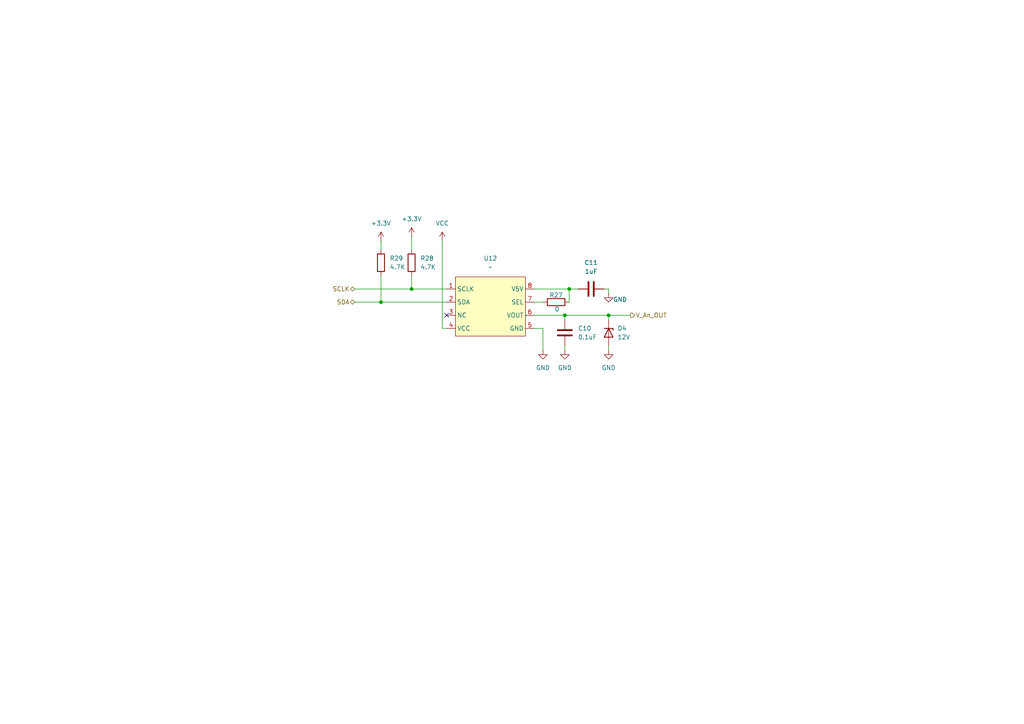
<source format=kicad_sch>
(kicad_sch (version 20250114) (generator "eeschema") (generator_version "9.0")
  (paper "A4")
  (lib_symbols
    (symbol "Device:C" (pin_numbers (hide yes)) (pin_names (offset 0.254))
      (property "Reference" "C" (at 0.635 2.54 0))
      (property "Value" "C" (at 0.635 -2.54 0))
      (symbol "C_0_1"
        (polyline (pts (xy -2.032 0.762) (xy 2.032 0.762)) (stroke (width 0.508)))
        (polyline (pts (xy -2.032 -0.762) (xy 2.032 -0.762)) (stroke (width 0.508)))
      )
      (symbol "C_1_1"
        (pin passive line (at 0 3.81 270) (length 2.794) (name "~") (number "1"))
        (pin passive line (at 0 -3.81 90) (length 2.794) (name "~") (number "2"))
      )
    )
    (symbol "Device:D_Zener" (pin_numbers (hide yes)) (pin_names (offset 1.016) (hide yes))
      (property "Reference" "D" (at 0 2.54 0))
      (property "Value" "D_Zener" (at 0 -2.54 0))
      (symbol "D_Zener_0_1"
        (polyline (pts (xy -1.27 -1.27) (xy -1.27 1.27) (xy -0.762 1.27)) (stroke (width 0.254)))
        (polyline (pts (xy 1.27 0) (xy -1.27 0)))
        (polyline (pts (xy 1.27 -1.27) (xy 1.27 1.27) (xy -1.27 0) (xy 1.27 -1.27)) (stroke (width 0.254)))
      )
      (symbol "D_Zener_1_1"
        (pin passive line (at -3.81 0 0) (length 2.54) (name "K") (number "1"))
        (pin passive line (at 3.81 0 180) (length 2.54) (name "A") (number "2"))
      )
    )
    (symbol "Device:R" (pin_numbers (hide yes)) (pin_names (offset 0))
      (property "Reference" "R" (at 2.032 0 90))
      (property "Value" "R" (at 0 0 90))
      (symbol "R_0_1"
        (rectangle (start -1.016 -2.54) (end 1.016 2.54) (stroke (width 0.254)))
      )
      (symbol "R_1_1"
        (pin passive line (at 0 3.81 270) (length 1.27) (name "~") (number "1"))
        (pin passive line (at 0 -3.81 90) (length 1.27) (name "~") (number "2"))
      )
    )
    (symbol "Proyecto_componente:GP8201S"
      (property "Reference" "U" (at 0 -11.176 0))
      (symbol "GP8201S_1_1"
        (rectangle (start -10.1599 8.5725) (end 10.1599 -8.5725) (fill (type color) (color 255 255 194 1)))
        (pin input line (at -12.7 5.08 0) (length 2.54) (name "SCLK") (number "1"))
        (pin input line (at -12.7 1.27 0) (length 2.54) (name "SDA") (number "2"))
        (pin input line (at -12.7 -2.54 0) (length 2.54) (name "NC") (number "3"))
        (pin input line (at -12.7 -6.35 0) (length 2.54) (name "VCC") (number "4"))
        (pin input line (at 12.7 5.08 180) (length 2.54) (name "V5V") (number "8"))
        (pin input line (at 12.7 1.27 180) (length 2.54) (name "SEL") (number "7"))
        (pin input line (at 12.7 -2.54 180) (length 2.54) (name "VOUT") (number "6"))
        (pin input line (at 12.7 -6.35 180) (length 2.54) (name "GND") (number "5"))
      )
    )
    (symbol "power:+3.3V" (power) (pin_numbers (hide yes)) (pin_names (offset 0) (hide yes))
      (property "Value" "+3.3V" (at 0 3.556 0))
      (symbol "+3.3V_0_1"
        (polyline (pts (xy -0.762 1.27) (xy 0 2.54)))
        (polyline (pts (xy 0 2.54) (xy 0.762 1.27)))
        (polyline (pts (xy 0 0) (xy 0 2.54)))
      )
      (symbol "+3.3V_1_1"
        (pin power_in line (at 0 0 90) (length 0) (name "~") (number "1"))
      )
    )
    (symbol "power:GND" (power) (pin_numbers (hide yes)) (pin_names (offset 0) (hide yes))
      (property "Value" "GND" (at 0 -3.81 0))
      (symbol "GND_0_1"
        (polyline (pts (xy 0 0) (xy 0 -1.27) (xy 1.27 -1.27) (xy 0 -2.54) (xy -1.27 -1.27) (xy 0 -1.27)))
      )
      (symbol "GND_1_1"
        (pin power_in line (at 0 0 270) (length 0) (name "~") (number "1"))
      )
    )
    (symbol "power:VCC" (power) (pin_numbers (hide yes)) (pin_names (offset 0) (hide yes))
      (property "Value" "VCC" (at 0 3.556 0))
      (symbol "VCC_0_1"
        (polyline (pts (xy -0.762 1.27) (xy 0 2.54)))
        (polyline (pts (xy 0 2.54) (xy 0.762 1.27)))
        (polyline (pts (xy 0 0) (xy 0 2.54)))
      )
      (symbol "VCC_1_1"
        (pin power_in line (at 0 0 90) (length 0) (name "~") (number "1"))
      )
    )
  )
  (junction (at 110.49 87.63))
  (junction (at 163.83 91.44))
  (junction (at 176.53 91.44))
  (junction (at 119.38 83.82))
  (junction (at 165.1 83.82))
  (no_connect (at 129.54 91.44))
  (wire (pts (xy 102.87 87.63) (xy 110.49 87.63)))
  (wire (pts (xy 128.27 95.25) (xy 128.27 69.85)))
  (wire (pts (xy 110.49 80.01) (xy 110.49 87.63)))
  (wire (pts (xy 154.94 91.44) (xy 163.83 91.44)))
  (wire (pts (xy 176.53 100.33) (xy 176.53 101.6)))
  (wire (pts (xy 176.53 91.44) (xy 163.83 91.44)))
  (wire (pts (xy 163.83 100.33) (xy 163.83 101.6)))
  (wire (pts (xy 102.87 83.82) (xy 119.38 83.82)))
  (wire (pts (xy 163.83 92.71) (xy 163.83 91.44)))
  (wire (pts (xy 165.1 83.82) (xy 167.64 83.82)))
  (wire (pts (xy 110.49 69.85) (xy 110.49 72.39)))
  (wire (pts (xy 176.53 91.44) (xy 182.88 91.44)))
  (wire (pts (xy 119.38 83.82) (xy 129.54 83.82)))
  (wire (pts (xy 154.94 87.63) (xy 157.48 87.63)))
  (wire (pts (xy 110.49 87.63) (xy 129.54 87.63)))
  (wire (pts (xy 119.38 80.01) (xy 119.38 83.82)))
  (wire (pts (xy 119.38 68.58) (xy 119.38 72.39)))
  (wire (pts (xy 157.48 95.25) (xy 157.48 101.6)))
  (wire (pts (xy 176.53 92.71) (xy 176.53 91.44)))
  (wire (pts (xy 154.94 83.82) (xy 165.1 83.82)))
  (wire (pts (xy 129.54 95.25) (xy 128.27 95.25)))
  (wire (pts (xy 165.1 83.82) (xy 165.1 87.63)))
  (wire (pts (xy 154.94 95.25) (xy 157.48 95.25)))
  (wire (pts (xy 176.53 83.82) (xy 176.53 85.09)))
  (wire (pts (xy 175.26 83.82) (xy 176.53 83.82)))
  (hierarchical_label "SCLK" (shape bidirectional) (at 102.87 83.82 180))
  (hierarchical_label "SDA" (shape bidirectional) (at 102.87 87.63 180))
  (hierarchical_label "V_An_OUT" (shape output) (at 182.88 91.44 0))
  (symbol (lib_id "Device:D_Zener") (at 176.53 96.52 270) (unit 1)
    (property "Reference" "D4" (at 179.07 95.2499 90) (effects (justify left)))
    (property "Value" "12V" (at 179.07 97.7899 90) (effects (justify left)))
    (property "Description" "Zener diode" (effects (hide yes)))
  )
  (symbol (lib_id "power:GND") (at 176.53 85.09 0) (unit 1)
    (property "Reference" "#PWR044" (effects (hide yes)))
    (property "Value" "GND" (at 179.832 86.868 0))
    (property "Description" "Power symbol creates a global label with name \"GND\" , ground" (effects (hide yes)))
  )
  (symbol (lib_id "power:+3.3V") (at 110.49 69.85 0) (unit 1)
    (property "Reference" "#PWR046" (effects (hide yes)))
    (property "Value" "+3.3V" (at 110.49 64.77 0))
    (property "Description" "Power symbol creates a global label with name \"+3.3V\"" (effects (hide yes)))
  )
  (symbol (lib_id "power:+3.3V") (at 119.38 68.58 0) (unit 1)
    (property "Reference" "#PWR047" (effects (hide yes)))
    (property "Value" "+3.3V" (at 119.38 63.5 0))
    (property "Description" "Power symbol creates a global label with name \"+3.3V\"" (effects (hide yes)))
  )
  (symbol (lib_id "power:VCC") (at 128.27 69.85 0) (unit 1)
    (property "Reference" "#PWR045" (effects (hide yes)))
    (property "Value" "VCC" (at 128.27 64.77 0))
    (property "Description" "Power symbol creates a global label with name \"VCC\"" (effects (hide yes)))
  )
  (symbol (lib_id "Proyecto_componente:GP8201S") (at 142.24 88.9 0) (unit 1)
    (property "Reference" "U12" (at 142.24 74.93 0))
    (property "Value" "~" (at 142.24 77.47 0))
  )
  (symbol (lib_id "Device:C") (at 163.83 96.52 0) (unit 1)
    (property "Reference" "C10" (at 167.64 95.2499 0) (effects (justify left)))
    (property "Value" "0.1uF" (at 167.64 97.7899 0) (effects (justify left)))
    (property "Description" "Unpolarized capacitor" (effects (hide yes)))
  )
  (symbol (lib_id "Device:R") (at 119.38 76.2 0) (unit 1)
    (property "Reference" "R28" (at 121.92 74.9299 0) (effects (justify left)))
    (property "Value" "4.7K" (at 121.92 77.4699 0) (effects (justify left)))
    (property "Description" "Resistor" (effects (hide yes)))
  )
  (symbol (lib_id "power:GND") (at 157.48 101.6 0) (unit 1)
    (property "Reference" "#PWR041" (effects (hide yes)))
    (property "Value" "GND" (at 157.48 106.68 0))
    (property "Description" "Power symbol creates a global label with name \"GND\" , ground" (effects (hide yes)))
  )
  (symbol (lib_id "Device:C") (at 171.45 83.82 90) (unit 1)
    (property "Reference" "C11" (at 171.45 76.2 90))
    (property "Value" "1uF" (at 171.45 78.74 90))
    (property "Description" "Unpolarized capacitor" (effects (hide yes)))
  )
  (symbol (lib_id "power:GND") (at 176.53 101.6 0) (unit 1)
    (property "Reference" "#PWR043" (effects (hide yes)))
    (property "Value" "GND" (at 176.53 106.68 0))
    (property "Description" "Power symbol creates a global label with name \"GND\" , ground" (effects (hide yes)))
  )
  (symbol (lib_id "Device:R") (at 110.49 76.2 0) (unit 1)
    (property "Reference" "R29" (at 113.03 74.9299 0) (effects (justify left)))
    (property "Value" "4.7K" (at 113.03 77.4699 0) (effects (justify left)))
    (property "Description" "Resistor" (effects (hide yes)))
  )
  (symbol (lib_id "power:GND") (at 163.83 101.6 0) (unit 1)
    (property "Reference" "#PWR042" (effects (hide yes)))
    (property "Value" "GND" (at 163.83 106.68 0))
    (property "Description" "Power symbol creates a global label with name \"GND\" , ground" (effects (hide yes)))
  )
  (symbol (lib_id "Device:R") (at 161.29 87.63 90) (unit 1)
    (property "Reference" "R27" (at 161.29 85.598 90))
    (property "Value" "0" (at 161.544 89.662 90))
    (property "Description" "Resistor" (effects (hide yes)))
  )
)
</source>
